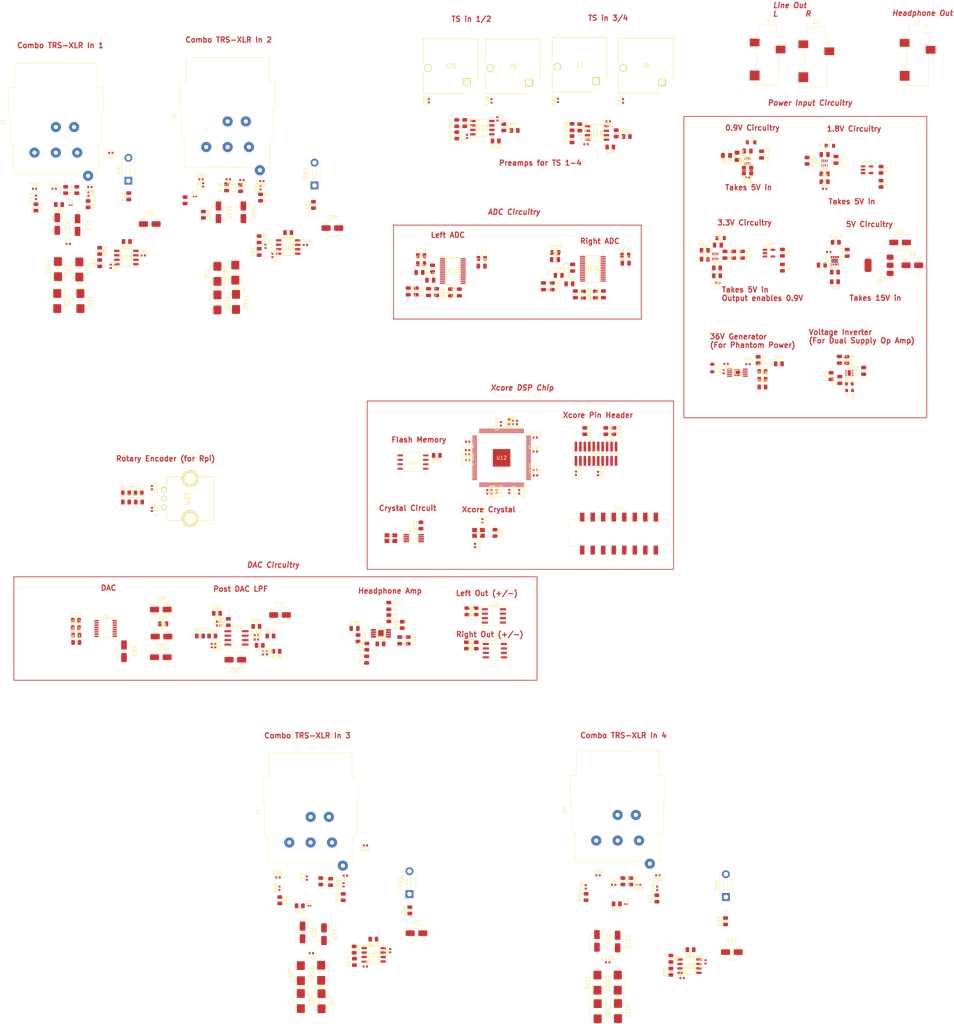
<source format=kicad_pcb>
(kicad_pcb (version 20240108) (generator "pcbnew") (generator_version "8.0")
  (layers (0 "F.Cu" signal) (1 "In1.Cu" power) (2 "In2.Cu" power) (31 "B.Cu" signal) (34 "B.Paste" user) (35 "F.Paste" user) (36 "B.SilkS" user "B.Silkscreen") (37 "F.SilkS" user "F.Silkscreen") (38 "B.Mask" user) (39 "F.Mask" user) (44 "Edge.Cuts" user))
  (net 0 "")
  (net 1 "5V")
  (net 2 "LEFT_IN")
  (net 3 "3.3V")
  (net 4 "/3.3V Power Supply/V_FB")
  (net 5 "/3.3V Power Supply/V_Buck")
  (net 7 "/1.8V Power Supply/V_FB")
  (net 8 "/1.8V Power Supply/V_Buck")
  (net 9 "15V")
  (net 10 "Net-(U3-PG)")
  (net 11 "/5V Power Supply/V_FB")
  (net 12 "1.8V")
  (net 13 "/0.9V Power Supply/V_FB")
  (net 14 "Net-(U6-SS{slash}TR)")
  (net 15 "5V_LDO")
  (net 16 "0.9V")
  (net 17 "3.3V_LDO")
  (net 18 "Net-(IC1-AVDD)")
  (net 19 "VOUT_L")
  (net 20 "VOUT_R")
  (net 21 "-5V")
  (net 22 "RIGHT_OUT")
  (net 23 "LEFT_OUT")
  (net 24 "/0.9V Power Supply/V_Buck")
  (net 25 "0.9V_EN")
  (net 26 "Net-(U1-EN)")
  (net 27 "MCLK")
  (net 28 "DGND")
  (net 29 "DATA")
  (net 30 "AIN_2")
  (net 31 "MODE_CONTROL_SELECT")
  (net 32 "ZERO_R")
  (net 33 "MODE_CONTROL_CLOCK")
  (net 34 "MODE_CONTROL_DATA")
  (net 35 "ZERO_L")
  (net 36 "Net-(IC1-VINL2{slash}VIN1M)")
  (net 37 "AIN_1")
  (net 38 "Net-(IC1-VINL1{slash}VIN1P)")
  (net 39 "Net-(IC1-VREF)")
  (net 40 "Net-(IC1-LDO)")
  (net 41 "Net-(U8-C+)")
  (net 42 "Net-(U8-C-)")
  (net 43 "Net-(U8-CPOUT)")
  (net 44 "Net-(IC1-VINL3{slash}VIN4P)")
  (net 45 "AIN_3")
  (net 46 "Net-(IC1-VINL4{slash}VIN4M)")
  (net 47 "AIN_4")
  (net 48 "Net-(C29-Pad1)")
  (net 49 "Net-(C30-Pad1)")
  (net 50 "Net-(C33-Pad2)")
  (net 51 "Net-(C35-Pad2)")
  (net 52 "Net-(U9-V_{OUT}L)")
  (net 53 "Net-(U9-V_{OUT}R)")
  (net 54 "Net-(U9-V_{COM})")
  (net 55 "Net-(C44-Pad2)")
  (net 56 "Net-(C45-Pad2)")
  (net 57 "Net-(U11-BYPASS)")
  (net 58 "XIN")
  (net 59 "XOUT")
  (net 60 "SW")
  (net 61 "BST")
  (net 62 "Net-(IC2-INTVCC)")
  (net 63 "Net-(C54-Pad2)")
  (net 64 "Net-(C55-Pad2)")
  (net 65 "Net-(C56-Pad2)")
  (net 66 "Net-(C57-Pad2)")
  (net 67 "Net-(C58-Pad2)")
  (net 68 "Net-(U15A-+)")
  (net 69 "Net-(U15B-+)")
  (net 70 "Net-(C59-Pad2)")
  (net 71 "Net-(C60-Pad2)")
  (net 72 "Net-(C61-Pad2)")
  (net 73 "Net-(C62-Pad2)")
  (net 74 "Net-(C63-Pad2)")
  (net 75 "Net-(C64-Pad1)")
  (net 76 "Net-(C65-Pad1)")
  (net 77 "Net-(C66-Pad1)")
  (net 78 "Net-(C67-Pad1)")
  (net 79 "Net-(C68-Pad1)")
  (net 80 "Net-(C69-Pad1)")
  (net 81 "+IN1")
  (net 82 "-IN1")
  (net 83 "+IN3")
  (net 84 "-IN3")
  (net 85 "Net-(U18A-+)")
  (net 86 "Net-(C80-Pad2)")
  (net 87 "Net-(U18B-+)")
  (net 88 "Net-(C81-Pad2)")
  (net 89 "-5V_1")
  (net 90 "Net-(C101-Pad1)")
  (net 91 "Net-(C103-Pad1)")
  (net 92 "Net-(C88-Pad2)")
  (net 93 "Net-(C89-Pad2)")
  (net 94 "Net-(C90-Pad2)")
  (net 95 "Net-(C91-Pad2)")
  (net 96 "Net-(C100-Pad1)")
  (net 97 "Net-(C102-Pad1)")
  (net 98 "Net-(C94-Pad1)")
  (net 99 "Net-(C95-Pad1)")
  (net 100 "Net-(C96-Pad1)")
  (net 101 "Net-(C97-Pad1)")
  (net 102 "Net-(C98-Pad1)")
  (net 103 "Net-(C99-Pad1)")
  (net 104 "+IN2")
  (net 105 "-IN2")
  (net 106 "+IN4")
  (net 107 "-IN4")
  (net 108 "Net-(D1-Pad1)")
  (net 109 "Net-(D2-Pad1)")
  (net 110 "Net-(D3-Pad1)")
  (net 111 "Net-(D4-Pad1)")
  (net 112 "Net-(DZ1-K)")
  (net 113 "Net-(DZ3-K)")
  (net 114 "Net-(DZ5-K)")
  (net 115 "Net-(DZ7-K)")
  (net 116 "Net-(DZ10-K)")
  (net 117 "Net-(DZ11-K)")
  (net 118 "Net-(DZ13-K)")
  (net 119 "Net-(DZ15-K)")
  (net 120 "SCL")
  (net 122 "SDA")
  (net 129 "DATA_OUT_1")
  (net 130 "BCK")
  (net 132 "LRCK")
  (net 135 "Net-(IC5-AVDD)")
  (net 136 "ADDRESS")
  (net 138 "36V")
  (net 139 "EN{slash}UVLO")
  (net 140 "Net-(IC2-CTRL)")
  (net 141 "Net-(IC2-RT)")
  (net 143 "Net-(U2-FB)")
  (net 144 "1.8V_LDO")
  (net 145 "Net-(U4-FB)")
  (net 146 "Net-(U8-VFB)")
  (net 147 "Net-(U9-BCK)")
  (net 148 "Net-(U9-SCK)")
  (net 149 "Net-(U9-LRCK)")
  (net 150 "Net-(U9-DATA)")
  (net 151 "Net-(U11-IN1-)")
  (net 152 "Net-(U11-IN2-)")
  (net 153 "Net-(U11-SHDN)")
  (net 154 "QSPI_CS_N")
  (net 155 "Net-(U13-CLK0)")
  (net 156 "Net-(R54-Pad2)")
  (net 157 "Net-(U15A--)")
  (net 158 "Net-(R56-Pad2)")
  (net 159 "Net-(U15B--)")
  (net 160 "INST1_OUT")
  (net 161 "INST2_OUT")
  (net 162 "Net-(U16-RG2)")
  (net 163 "Net-(U16-RG1)")
  (net 164 "Net-(U17-RG1)")
  (net 165 "Net-(U17-RG2)")
  (net 166 "Net-(U18A--)")
  (net 167 "Net-(U18B--)")
  (net 168 "INST3_OUT")
  (net 169 "INST4_OUT")
  (net 170 "Net-(R82-Pad2)")
  (net 171 "Net-(R83-Pad2)")
  (net 172 "Net-(U19-RG2)")
  (net 173 "Net-(U19-RG1)")
  (net 174 "Net-(U20-RG2)")
  (net 175 "Net-(U20-RG1)")
  (net 176 "Net-(U6-PG)")
  (net 177 "Net-(U7-PG)")
  (net 182 "AIN_6")
  (net 183 "QSPI_CLK")
  (net 184 "Net-(IC5-VINL2{slash}VIN1M)")
  (net 188 "AIN_5")
  (net 191 "Net-(IC5-VINL1{slash}VIN1P)")
  (net 196 "Net-(IC5-VREF)")
  (net 197 "Net-(IC5-LDO)")
  (net 199 "Net-(IC5-VINL3{slash}VIN4P)")
  (net 200 "AIN_7")
  (net 203 "Net-(IC5-VINL4{slash}VIN4M)")
  (net 207 "AIN_8")
  (net 210 "Net-(U12A-PLL_AVDD)")
  (net 211 "Net-(U37-CHANNEL_1)")
  (net 213 "Net-(U37-CHANNEL_2)")
  (net 221 "DATA_OUT_2")
  (net 229 "QSPI_D0")
  (net 236 "QSPI_D3")
  (net 250 "LEFT_OUT-")
  (net 253 "LEFT_OUT+")
  (net 255 "RIGHT_OUT+")
  (net 259 "RIGHT_OUT-")
  (net 260 "TDO")
  (net 261 "Net-(J8-Pad6)")
  (net 264 "XL_UP1")
  (net 265 "Net-(J8-Pad18)")
  (net 267 "XL_UP0")
  (net 268 "Net-(J8-Pad16)")
  (net 270 "QSPI_D2")
  (net 276 "Net-(U35A--)")
  (net 278 "Net-(U34A--)")
  (net 280 "Net-(R175-Pad2)")
  (net 281 "Net-(R176-Pad2)")
  (net 288 "USB_DP")
  (net 294 "XL_DN0")
  (net 298 "QSPI_D1")
  (net 299 "RST_N")
  (net 302 "USB_DN")
  (net 307 "TCK")
  (net 308 "Net-(U13-XA)")
  (net 309 "Net-(U13-XB)")
  (net 310 "PREAMP1_OUT")
  (net 311 "PREAMP3_OUT")
  (net 312 "PREAMP2_OUT")
  (net 313 "PREAMP4_OUT")
  (net 314 "AGND")
  (net 315 "Net-(U10A--)")
  (net 316 "Net-(U10B--)")
  (net 317 "RIGHT_IN")
  (net 318 "TDI")
  (net 319 "TMS")
  (net 320 "XL_DN1")
  (footprint "Resistor_SMD:R_0805_2012Metric" (layer "F.Cu") (at 74.2 63 -90)
    (property "Reference" "R78")
    (property "Value" "10k")
  )
  (footprint "Capacitor_SMD:C_0402_1005Metric" (layer "F.Cu") (at 127.5 272.78 90)
    (property "Reference" "C83")
    (property "Value" "0.1uF")
  )
  (footprint "Capacitor_SMD:C_0402_1005Metric" (layer "F.Cu") (at 189.7 36.4 180)
    (property "Reference" "C84")
    (property "Value" "0.1uF")
  )
  (footprint "Capacitor_SMD:C_0402_1005Metric" (layer "F.Cu") (at 103.3 71.6)
    (property "Reference" "C108")
    (property "Value" "0.1uF")
  )
  (footprint "Diode_SMD:D_SMB" (layer "F.Cu") (at 107.8 279.1 90)
    (property "Reference" "DZ3")
    (property "Value" "10V")
  )
  (footprint "Capacitor_SMD:C_0402_1005Metric" (layer "F.Cu") (at 168.87715 126.499999)
    (property "Reference" "C210")
    (property "Value" "100nF")
  )
  (footprint "Capacitor_SMD:C_0805_2012Metric" (layer "F.Cu") (at 138.438 85.05 -90)
    (property "Reference" "C17")
    (property "Value" "0.1uF")
  )
  (footprint "Resistor_SMD:R_0805_2012Metric" (layer "F.Cu") (at 84.8 55.4 90)
    (property "Reference" "R74")
    (property "Value" "5.1k")
  )
  (footprint "Capacitor_SMD:C_0805_2012Metric" (layer "F.Cu") (at 223.0125 74.4 -90)
    (property "Reference" "Cout1")
    (property "Value" "22uF")
  )
  (footprint "PCM_Package_SO_AKL:SO-8_3.9x4.9mm_P1.27mm" (layer "F.Cu") (at 157.375 187.265)
    (property "Reference" "U34")
    (property "Value" "NE5532AD" (hide yes))
  )
  (footprint "Capacitor_SMD:C_0402_1005Metric" (layer "F.Cu") (at 77.5625 185.85 -90)
    (property "Reference" "C29")
    (property "Value" "1200pF")
  )
  (footprint "Capacitor_SMD:C_0805_2012Metric" (layer "F.Cu") (at 255.7 104.35 -90)
    (property "Reference" "C23")
    (property "Value" "1uF")
  )
  (footprint "Capacitor_SMD:CP_Elec_4x5.8" (layer "F.Cu") (at 51.535 187.44 -90)
    (property "Reference" "C43")
    (property "Value" "10uF")
  )
  (footprint "Button_Switch_THT:SW_PUSH_1P1T_6x3.5mm_H5.0_APEM_MJTP1250" (layer "F.Cu") (at 133 256.65 90)
    (property "Reference" "SW1")
    (property "Value" "SW_Push")
  )
  (footprint "Resistor_SMD:R_0805_2012Metric" (layer "F.Cu") (at 76.725 183.1)
    (property "Reference" "R23")
    (property "Value" "1k")
  )
  (footprint "Resistor_SMD:R_0603_1608Metric" (layer "F.Cu") (at 258.6 113.1 180)
    (property "Reference" "R16")
    (property "Value" "499k")
  )
  (footprint "Capacitor_SMD:C_0402_1005Metric" (layer "F.Cu") (at 223.3325 105.5 180)
    (property "Reference" "C51")
    (property "Value" "2.2uF")
  )
  (footprint "SamacSys_Parts:SOIC127P600X175-8N" (layer "F.Cu") (at 212.9 277.2)
    (property "Reference" "U20")
    (property "Value" "SSM2019BRNZ" (hide yes))
  )
  (footprint "Inductor_SMD:L_0805_2012Metric" (layer "F.Cu") (at 221.7625 69.65)
    (property "Reference" "L1")
    (property "Value" "470nH")
  )
  (footprint "SamacSys_Parts:FTSH-110-XX-YYY-DV-K-A" (layer "F.Cu") (at 186.225 131.135)
    (property "Reference" "J8")
    (property "Value" "FTSH-110-01-F-DV-K" (hide yes))
  )
  (footprint "Package_SO:MSOP-10_3x3mm_P0.5mm" (layer "F.Cu") (at 134.2125 155.2)
    (property "Reference" "U13")
    (property "Value" "Si5351A-B-GT")
  )
  (footprint "Resistor_SMD:R_0805_2012Metric" (layer "F.Cu") (at 157.4 153.700001 -90)
    (property "Reference" "R36")
    (property "Value" "1M")
  )
  (footprint "SamacSys_Parts:BLM18SP221SN1B" (layer "F.Cu") (at 161.4 122 -90)
    (property "Reference" "FL1")
    (property "Value" "BLM18AG601SZ1D" (hide yes))
  )
  (footprint "Capacitor_SMD:C_0402_1005Metric" (layer "F.Cu") (at 210.8 280.6)
    (property "Reference" "C107")
    (property "Value" "0.1uF")
  )
  (footprint "LED_SMD:LED_0201_0603Metric" (layer "F.Cu") (at 36.3055 60.26)
    (property "Reference" "D1")
    (property "Value" "LED")
  )
  (footprint "Capacitor_SMD:C_0402_1005Metric" (layer "F.Cu") (at 222.6125 107.7 90)
    (property "Reference" "C52")
    (property "Value" "2.2uF")
  )
  (footprint "Diode_SMD:D_SMB" (layer "F.Cu") (at 186.645 281.9 90)
    (property "Reference" "DZ11")
    (property "Value" "10V")
  )
  (footprint "Resistor_SMD:R_0805_2012Metric" (layer "F.Cu") (at 192 39.8 -90)
    (property "Reference" "R71")
    (property "Value" "2.2k")
  )
  (footprint "Resistor_SMD:R_0805_2012Metric" (layer "F.Cu") (at 26.4 60.9125 -90)
    (property "Reference" "R50")
    (property "Value" "10k")
  )
  (footprint "Resistor_SMD:R_0805_2012Metric" (layer "F.Cu") (at 136.275 151.58 90)
    (property "Reference" "R35")
    (property "Value" "33")
  )
  (footprint "Capacitor_SMD:C_0805_2012Metric" (layer "F.Cu") (at 140.738 85.05 -90)
    (property "Reference" "C15")
    (property "Value" "10uF")
  )
  (footprint "Capacitor_SMD:CP_Elec_4x5.8" (layer "F.Cu") (at 135 267.8)
    (property "Reference" "C67")
    (property "Value" "47uF")
  )
  (footprint "Capacitor_SMD:C_0402_1005Metric" (layer "F.Cu") (at 47.748 77.705 -90)
    (property "Reference" "C78")
    (property "Value" "0.1uF")
  )
  (footprint "Capacitor_SMD:C_0402_1005Metric" (layer "F.Cu") (at 26.4 58.025 90)
    (property "Reference" "C65")
    (property "Value" "22uF")
  )
  (footprint "Capacitor_SMD:C_0805_2012Metric" (layer "F.Cu") (at 251.4625 45.85)
    (property "Reference" "C3")
    (property "Value" "4.7uF")
  )
  (footprint "Capacitor_SMD:C_0402_1005Metric" (layer "F.Cu") (at 59.5 140.8 -90)
    (property "Reference" "C234")
    (property "Value" "0.01uF")
  )
  (footprint "Resistor_SMD:R_0805_2012Metric" (layer "F.Cu") (at 193.9 253.0125 -90)
    (property "Reference" "R77")
    (property "Value" "5.1k")
  )
  (footprint "Capacitor_SMD:C_0805_2012Metric" (layer "F.Cu") (at 182.638 85.8 -90)
    (property "Reference" "C223")
    (property "Value" "10uF")
  )
  (footprint "Resistor_SMD:R_0805_2012Metric" (layer "F.Cu") (at 90.2625 185.75 180)
    (property "Reference" "R24")
    (property "Value" "1k")
  )
  (footprint "Package_SON:WSON-8-1EP_2x2mm_P0.5mm_EP0.9x1.6mm" (layer "F.Cu") (at 258.5 108.1)
    (property "Reference" "U8")
    (property "Value" "LM27761")
  )
  (footprint "Capacitor_SMD:C_0402_1005Metric" (layer "F.Cu") (at 93.9 74.6 -90)
    (property "Reference" "C106")
    (property "Value" "0.1uF")
  )
  (footprint "Package_SO:SSOP-16_3.9x4.9mm_P0.635mm" (layer "F.Cu") (at 46.285 180.945)
    (property "Reference" "U9")
    (property "Value" "PCM1780")
  )
  (footprint "Capacitor_SMD:C_0805_2012Metric" (layer "F.Cu") (at 153.638 75.45)
    (property "Reference" "C27")
    (property "Value" "10uF")
  )
  (footprint "Capacitor_SMD:C_0402_1005Metric" (layer "F.Cu") (at 186.83 136.77 -90)
    (property "Reference" "C203")
    (property "Value" "100nF")
  )
  (footprint "Capacitor_SMD:CP_Elec_4x5.8" (layer "F.Cu") (at 225 273.2)
    (property "Reference" "C97")
    (property "Value" "47uF")
  )
  (footprint "Capacitor_SMD:C_0402_1005Metric" (layer "F.Cu") (at 41.4 57.1125 -90)
    (property "Reference" "C66")
    (property "Value" "22uF")
  )
  (footprint "Capacitor_SMD:C_0402_1005Metric" (layer "F.Cu") (at 168.9 135.7)
    (property "Reference" "C204")
    (property "Value" "100nF")
  )
  (footprint "Capacitor_SMD:C_0805_2012Metric" (layer "F.Cu") (at 174.538 75.8)
    (property "Reference" "C227")
    (property "Value" "10uF")
  )
  (footprint "Capacitor_SMD:C_0402_1005Metric" (layer "F.Cu") (at 90.88 53.4 180)
    (property "Reference" "C88")
    (property "Value" "470pF")
  )
  (footprint "Capacitor_SMD:CP_Elec_4x5.8" (layer "F.Cu") (at 38.282 65.94 -90)
    (property "Reference" "C70")
    (property "Value" "47 uF")
  )
  (footprint "SamacSys_Parts:ACJMMV2" (layer "F.Cu") (at 149.36 25.27)
    (property "Reference" "J20")
    (property "Value" "ACJM-MV-2" (hide yes))
  )
  (footprint "Capacitor_SMD:C_0402_1005Metric" (layer "F.Cu") (at 229.475 52.35 180)
    (property "Reference" "C10")
    (property "Value" "120pF")
  )
  (footprint "Capacitor_SMD:C_0805_2012Metric" (layer "F.Cu") (at 120.7725 189.823601 90)
    (property "Reference" "C45")
    (property "Value" "1uF")
  )
  (footprint "Capacitor_SMD:CP_Elec_4x5.8" (layer "F.Cu") (at 58.9 65.65)
    (property "Reference" "C64")
    (property "Value" "47uF")
  )
  (footprint "Resistor_SMD:R_0805_2012Metric" (layer "F.Cu") (at 233.725 109.9)
    (property "Reference" "R38")
    (property "Value" "162k")
  )
  (footprint "Capacitor_SMD:C_0402_1005Metric" (layer "F.Cu") (at 26 55.6)
    (property "Reference" "C60")
    (property "Value" "470pF")
  )
  (footprint "Capacitor_SMD:C_0402_1005Metric" (layer "F.Cu") (at 138.5 30.49 90)
    (property "Reference" "C58")
    (property "Value" "0.01uF")
  )
  (footprint "Capacitor_SMD:CP_Elec_4x5.8" (layer "F.Cu") (at 62.035 175.54)
    (property "Reference" "C39")
    (property "Value" "10uF")
  )
  (footprint "Resistor_SMD:R_0805_2012Metric" (layer "F.Cu") (at 232.5125 104.4 -90)
    (property "Reference" "R40")
    (property "Value" "301k")
  )
  (footprint "Capacitor_SMD:C_0402_1005Metric" (layer "F.Cu") (at 183.38 42.9)
    (property "Reference" "C85")
    (property "Value" "0.1uF")
  )
  (footprint "Resistor_SMD:R_0805_2012Metric" (layer "F.Cu") (at 149.25 185.78 -90)
    (property "Reference" "R169")
    (property "Value" "3k")
  )
  (footprint "LED_SMD:LED_0201_0603Metric" (layer "F.Cu") (at 194.745 259.5)
    (property "Reference" "D4")
    (property "Value" "LED")
  )
  (footprint "Capacitor_SMD:C_0805_2012Metric" (layer "F.Cu") (at 253.3 109 90)
    (property "Reference" "C25")
    (property "Value" "4.7uF")
  )
  (footprint "Capacitor_SMD:C_0805_2012Metric" (layer "F.Cu") (at 221.0125 71.65)
    (property "Reference" "C1")
    (property "Value" "4.7uF")
  )
  (footprint "SamacSys_Parts:ACJMMV2" (layer "F.Cu") (at 167.16 25.34)
    (property "Reference" "J5")
    (property "Value" "ACJM-MV-2" (hide yes))
  )
  (footprint "SamacSys_Parts:ACJMMV2" (layer "F.Cu") (at 186.2 24.9)
    (property "Reference" "J7")
    (property "Value" "ACJM-MV-2" (hide yes))
  )
  (footprint "Resistor_SMD:R_0805_2012Metric" (layer "F.Cu") (at 246.4625 47.6 -90)
    (property "Reference" "Rpg2")
    (property "Value" "100k")
  )
  (footprint "Capacitor_SMD:C_0402_1005Metric" (layer "F.Cu") (at 162.6 122.2 90)
    (property "Reference" "C217")
    (property "Value" "100nF")
  )
  (footprint "Capacitor_SMD:C_0402_1005Metric" (layer "F.Cu") (at 198.38 254 180)
    (property "Reference" "C93")
    (property "Value" "200pF")
  )
  (footprint "Capacitor_SMD:C_0402_1005Metric" (layer "F.Cu") (at 149.57715 127.699999 180)
    (property "Reference" "C212")
    (property "Value" "100nF")
  )
  (footprint "Capacitor_SMD:C_0402_1005Metric" (layer "F.Cu") (at 149.57715 131.299999 180)
    (property "Reference" "C218")
    (property "Value" "100nF")
  )
  (footprint "Resistor_SMD:R_0805_2012Metric" (layer "F.Cu") (at 203.6 257.9125 90)
    (property "Reference" "R81")
    (property "Value" "10k")
  )
  (footprint "Capacitor_SMD:C_0402_1005Metric" (layer "F.Cu") (at 191.3 254)
    (property "Reference" "C87")
    (property "Value" "200pF")
  )
  (footprint "Resistor_SMD:R_0805_2012Metric" (layer "F.Cu") (at 254.6625 70.85)
    (property "Reference" "Rpg3")
    (property "Value" "100k")
  )
  (footprint "Diode_SMD:D_SMB" (layer "F.Cu") (at 39.1 87.6 -90)
    (property "Reference" "DZ6")
    (property "Value" "10V")
  )
  (footprint "Capacitor_SMD:C_0805_2012Metric" (layer "F.Cu") (at 262.6 107.5 90)
    (property "Reference" "C24")
    (property "Value" "1uF")
  )
  (footprint "Capacitor_SMD:C_0805_2012Metric" (layer "F.Cu") (at 138.938 81.65)
    (property "Reference" "C12")
    (property "Value" "10uF")
  )
  (footprint "LED_SMD:LED_0201_0603Metric" (layer "F.Cu") (at 104.445 260)
    (property "Reference" "D2")
    (property "Value" "LED")
  )
  (footprint "Capacitor_SMD:C_0402_1005Metric" (layer "F.Cu") (at 155.2 141.999999 -90)
    (property "Reference" "C208")
    (property "Value" "100nF")
  )
  (footprint "Capacitor_SMD:C_0805_2012Metric" (layer "F.Cu") (at 186.038 85.75 90)
    (property "Reference" "C222")
    (property "Value" "10uF")
  )
  (footprint "Capacitor_SMD:C_0805_2012Metric" (layer "F.Cu") (at 188.338 85.7 90)
    (property "Reference" "C224")
    (property "Value" "0.1uF")
  )
  (footprint "Capacitor_SMD:C_0402_1005Metric" (layer "F.Cu") (at 217.5 275.98 90)
    (property "Reference" "C109")
    (property "Value" "0.1uF")
  )
  (footprint "Resistor_SMD:R_0805_2012Metric" (layer "F.Cu") (at 254.4125 79.35)
    (property "Reference" "R11")
    (property "Value" "100k")
  )
  (footprint "Resistor_SMD:R_0805_2012Metric" (layer "F.Cu") (at 267.575 54.175 -90)
    (property "Reference" "R7")
    (property "Value" "56.2k")
  )
  (footprint "Capacitor_SMD:C_0402_1005Metric" (layer "F.Cu") (at 163.7 122.2 90)
    (property "Reference" "C209")
    (property "Value" "100nF")
  )
  (footprint "Resistor_SMD:R_0805_2012Metric" (layer "F.Cu") (at 73.225 183.1)
    (property "Reference" "R17")
    (property "Value" "8.2k")
  )
  (footprint "Resistor_SMD:R_0805_2012Metric" (layer "F.Cu") (at 96 258.4125 -90)
    (property "Reference" "R52")
    (property "Value" "10k")
  )
  (footprint "Resistor_SMD:R_0805_2012Metric" (layer "F.Cu") (at 148.8 36.87 -90)
    (property "Reference" "R58")
    (property "Value" "2.2k")
  )
  (footprint "Resistor_SMD:R_0805_2012Metric" (layer "F.Cu") (at 195 40.7)
    (property "Reference" "R69")
    (property "Value" "1k")
  )
  (footprint "SamacSys_Parts:SOIC127P600X175-8N" (layer "F.Cu") (at 98.4 72.2)
    (property "Reference" "U19")
    (property "Value" "SSM2019BRNZ" (hide yes))
  )
  (footprint "Capacitor_SMD:C_0805_2012Metric" (layer "F.Cu") (at 136.338 76.95)
    (property "Reference" "C20")
    (property "Value" "10uF")
  )
  (footprint "Resistor_SMD:R_0805_2012Metric" (layer "F.Cu") (at 267.575 50.175 -90)
    (property "Reference" "R6")
    (property "Value" "28k")
  )
  (footprint "SamacSys_Parts:FA-238_EPS" (layer "F.Cu") (at 127.7 155.2 -90)
    (property "Reference" "X1")
    (property "Value" "FA-238 24.0000MB-C0 (CRYSTAL)")
  )
  (footprint "SamacSys_Parts:SOP50P490X110-11N" (layer "F.Cu") (at 226.5625 108.025)
    (property "Reference" "IC2")
    (property "Value" "LT8338" (hide yes))
  )
  (footprint "SamacSys_Parts:SOP50P640X120-30N" (layer "F.Cu") (at 185.338 78.4)
    (property "Reference" "IC5")
    (property "Value" "PCM1865DBT" (hide yes))
  )
  (footprint "Resistor_SMD:R_0603_1608Metric" (layer "F.Cu") (at 258.5 111.2)
    (property "Reference" "R15")
    (property "Value" "249k")
  )
  (footprint "Connector_Audio:Jack_3.5mm_CUI_SJ-3523-SMT_Horizontal" (layer "F.Cu") (at 278 17.6)
    (property "Reference" "J2")
    (property "Value" "Headphone Out")
  )
  (footprint "Resistor_SMD:R_0805_2012Metric" (layer "F.Cu") (at 157.6 41.97 180)
    (property "Reference" "R49")
    (property "Value" "1M")
  )
  (footprint "Capacitor_SMD:C_0805_2012Metric" (layer "F.Cu") (at 228.0125 74.4 -90)
    (property "Reference" "Cout3")
    (property "Value" "22uF")
  )
  (footprint "SamacSys_Parts:SOIC127P600X175-8N" (layer "F.Cu") (at 52.2 75.2)
    (property "Reference" "U16")
    (property "Value" "SSM2019BRNZ" (hide yes))
  )
  (footprint "Resistor_SMD:R_0805_2012Metric" (layer "F.Cu") (at 223.2 264.4 90)
    (property "Reference" "R83")
    (property "Value" "47")
  )
  (footprint "Connector_Audio:Jack_XLR-6.35mm_Neutrik_NCJ5FI-H-0_Horizontal" (layer "F.Cu") (at 26 45.3 90)
    (property "Reference" "J3")
    (property "Value" "XLR3_AudioJack3_Combo")
  )
  (footprint "Diode_SMD:D_SMB" (layer "F.Cu") (at 78.2 79.85 90)
    (property "Reference" "DZ9")
    (property "Value" "10V")
  )
  (footprint "SamacSys_Parts:FA-238_EPS" (layer "F.Cu") (at 152.7 153.700001 -90)
    (property "Reference" "X2")
    (property "Value" "FA-238 24.0000MB-C0")
  )
  (footprint "Resistor_SMD:R_0805_2012Metric" (layer "F.Cu") (at 159.9 38.07 -90)
    (property "Reference" "R59")
    (property "Value" "2.2k")
  )
  (footprint "Resistor_SMD:R_0805_2012Metric" (layer "F.Cu") (at 181.6 38.1 -90)
    (property "Reference" "R70")
    (property "Value" "2.2k")
  )
  (footprint "Capacitor_SMD:CP_Elec_4x5.8" (layer "F.Cu") (at 62.035 189.14)
    (property "Reference" "C40")
    (property "Value" "10uF")
  )
  (footprint "Diode_SMD:D_SMB" (layer "F.Cu") (at 102 287.15 -90)
    (property "Reference" "DZ8")
    (property "Value" "10V")
  )
  (footprint "Capacitor_SMD:C_0402_1005Metric" (layer "F.Cu") (at 90.5 55.3 90)
    (property "Reference" "C96")
    (property "Value" "22uF")
  )
  (footprint "Capacitor_SMD:C_0402_1005Metric" (layer "F.Cu") (at 120.4 277.3)
    (property "Reference" "C79")
    (property "Value" "0.1uF")
  )
  (footprint "Capacitor_SMD:C_0402_1005Metric" (layer "F.Cu") (at 158.1 35.67 -90)
    (property "Reference" "C76")
    (property "Value" "0.1uF")
  )
  (footprint "Capacitor_SMD:C_0402_1005Metric" (layer "F.Cu") (at 92.3125 187.85 -90)
    (property "Reference" "C32")
    (property "Value" "1200pF")
  )
  (footprint "Resistor_SMD:R_0805_2012Metric" (layer "F.Cu") (at 122.7 269.5 180)
    (property "Reference" "R65")
    (property "Value" "1.1k")
  )
  (footprint "Capacitor_SMD:CP_Elec_4x5.8" (layer "F.Cu") (at 96.0625 177.1)
    (property "Reference" "C41")
    (property "Value" "10uF")
  )
  (footprint "Capacitor_SMD:C_0402_1005Metric" (layer "F.Cu") (at 149.57715 130.099999 180)
    (property "Reference" "C215")
    (property "Value" "100nF")
  )
  (footprint "Connector_Audio:Jack_3.5mm_CUI_SJ-3523-SMT_Horizontal" (layer "F.Cu") (at 235.2 17.5)
    (property "Reference" "J1")
    (property "Value" "Line Out (Left)")
  )
  (footprint "Resistor_SMD:R_0805_2012Metric" (layer "F.Cu") (at 34.882 55.94 90)
    (property "Reference" "R46")
    (property "Value" "5.1k")
  )
  (footprint "Connector_Molex:Molex_Micro-Fit_3.0_43045-1615_2x08_P3.00mm_Vertical" (layer "F.Cu") (at 192.8 153.9)
    (property "Reference" "J22")
    (property "Value" "2171790001")
  )
  (footprint "Capacitor_SMD:C_0805_2012Metric" (layer "F.Cu") (at 132.6225 184.335 -90)
    (property "Reference" "C46")
    (property "Value" "1uF")
  )
  (footprint "Resistor_SMD:R_0805_2012Metric" (layer "F.Cu") (at 105.6 60.2 90)
    (property "Reference" "R82")
    (property "Value" "47")
  )
  (footprint "Capacitor_SMD:C_0402_1005Metric" (layer "F.Cu") (at 47.782 45.34 180)
    (property "Reference" "C62")
    (property "Value" "200pF")
  )
  (footprint "Resistor_SMD:R_0805_2012Metric" (layer "F.Cu") (at 233.7125 107.7)
    (property "Reference" "R37")
    (property "Value" "1M")
  )
  (footprint "Capacitor_SMD:C_0805_2012Metric" (layer "F.Cu") (at 139.588 78.35 90)
    (property "Reference" "C21")
    (property "Value" "2.2uF")
  )
  (footprint "Resistor_SMD:R_0805_2012Metric" (layer "F.Cu") (at 152 176.06 90)
    (property "Reference" "R168")
    (property "Value" "3k")
  )
  (footprint "Capacitor_SMD:C_0402_1005Metric" (layer "F.Cu") (at 114.2 254.032502 90)
    (property "Reference" "C69")
    (property "Value" "22uF")
  )
  (footprint "Capacitor_SMD:C_0805_2012Metric" (layer "F.Cu") (at 173.738 83.4 -90)
    (property "Reference" "C219")
    (property "Value" "10uF")
  )
  (footprint "Capacitor_SMD:C_0805_2012Metric" (layer "F.Cu") (at 179.538 78.1 90)
    (property "Reference" "C228")
    (property "Value" "2.2uF")
  )
  (footprint "Resistor_SMD:R_0805_2012Metric" (layer "F.Cu") (at 93.3125 183.1)
    (property "Reference" "R28")
    (property "Value" "100")
  )
  (footprint "Capacitor_SMD:C_0805_2012Metric" (layer "F.Cu") (at 147.238 85.15 90)
    (property "Reference" "C16")
    (property "Value" "0.1uF")
  )
  (footprint "LED_SMD:LED_0201_0603Metric" (layer "F.Cu") (at 71.755 57.8)
    (property "Reference" "D3")
    (property "Value" "LED")
  )
  (footprint "Resistor_SMD:R_0805_2012Metric" (layer "F.Cu") (at 118.3225 183.735 -90)
    (property "Reference" "R31")
    (property "Value" "82k")
  )
  (footprint "Diode_SMD:D_SMB" (layer "F.Cu") (at 83.3 79.5 90)
    (property "Reference" "DZ13")
    (property "Value" "10V")
  )
  (footprint "Capacitor_SMD:C_0402_1005Metric" (layer "F.Cu") (at 156.4 141.98 -90)
    (property "Reference" "C232")
    (property "Value" "1uF")
  )
  (footprint "Capacitor_SMD:CP_Elec_4x5.8" (layer "F.Cu") (at 273.0125 70.9)
    (property "Reference" "C6")
    (property "Value" "10uF")
  )
  (footprint "Diode_SMD:D_SMB" (layer "F.Cu") (at 192.5 290 -90)
    (property "Reference" "DZ16")
    (property "Value" "10V")
  )
  (footprint "Capacitor_SMD:C_0805_2012Metric" (layer "F.Cu") (at 233.475 45.85 -90)
    (property "Reference" "Cout6")
    (property "Value" "22uF")
  )
  (footprint "Resistor_SMD:R_0805_2012Metric" (layer "F.Cu") (at 189.03 124.67 -90)
    (property "Reference" "R166")
    (property "Value" "43")
  )
  (footprint "Capacitor_SMD:C_0402_1005Metric" (layer "F.Cu") (at 59.5 147 -90)
    (property "Reference" "C235")
    (property "Value" "0.01uF")
  )
  (footprint "Resistor_SMD:R_0805_2012Metric" (layer "F.Cu") (at 55.7125 142.3)
    (property "Reference" "R177")
    (property "Value" "10k")
  )
  (footprint "Capacitor_SMD:C_0402_1005Metric" (layer "F.Cu") (at 78.5625 179.03)
    (property "Reference" "C33")
    (property "Value" "120pF")
  )
  (footprint "Resistor_SMD:R_0805_2012Metric" (layer "F.Cu") (at 52.882 57.74 90)
    (property "Reference" "R56")
    (property "Value" "47")
  )
  (footprint "Resistor_SMD:R_0805_2012Metric" (layer "F.Cu") (at 32.9875 60.1 180)
    (property "Reference" "R42")
    (property "Value" "2.2k")
  )
  (footprint "Capacitor_SMD:C_0805_2012Metric" (layer "F.Cu") (at 134.938 84.85 -90)
    (property "Reference" "C11")
    (property "Value" "10uF")
  )
  (footprint "Capacitor_SMD:C_0402_1005Metric" (layer "F.Cu") (at 157.87715 141.899999 -90)
    (property "Reference" "C213")
    (property "Value" "100nF")
  )
  (footprint "Resistor_SMD:R_0805_2012Metric" (layer "F.Cu") (at 146.5 40.37 90)
    (property "Reference" "R48")
    (property "Value" "1M")
  )
  (footprint "Diode_SMD:D_SMB" (layer "F.Cu") (at 186.7 290.05 -90)
    (property "Reference" "DZ12")
    (property "Value" "10V")
  )
  (footprint "Capacitor_SMD:C_0805_2012Metric" (layer "F.Cu") (at 255.8 110.1 90)
    (property "Reference" "C26")
    (property "Value" "2.2uF")
  )
  (footprint "Package_TO_SOT_SMD:SOT-23-5" (layer "F.Cu") (at 263.575 50.175)
    (property "Reference" "U4")
    (property "Value" "TPS73601DBV")
  )
  (footprint "SamacSys_Parts:ACJMMV2" (layer "F.Cu") (at 205.1 25.2)
    (property "Reference" "J6")
    (property "Value" "ACJM-MV-2" (hide yes))
  )
  (footprint "Capacitor_SMD:CP_Elec_4x5.8" (layer "F.Cu") (at 102.5 267.6 -90)
    (property "Reference" "C72")
    (property "Value" "47 uF")
  )
  (footprint "Resistor_SMD:R_0805_2012Metric" (layer "F.Cu") (at 191.33 124.67 -90)
    (property "Reference" "R165")
    (property "Value" "43")
  )
  (footprint "Inductor_SMD:L_0805_2012Metric" (layer "F.Cu") (at 219.4125 106.7 -90)
    (property "Reference" "L4")
    (property "Value" "10uH")
  )
  (footprint "Capacitor_SMD:C_0402_1005Metric" (layer "F.Cu") (at 189.6 276.1)
    (property "Reference" "C105")
    (property "Value" "200pF")
  )
  (footprint "Capacitor_SMD:CP_Elec_4x5.8" (layer "F.Cu") (at 32.482 65.64 -90)
    (property "Reference" "C71")
    (property "Value" "47 uF")
  )
  (footprint "Resistor_SMD:R_0805_2012Metric" (layer "F.Cu") (at 149.4 176.06 -90)
    (property "Reference" "R167")
    (property "Value" "3k")
  )
  (footprint "Capacitor_SMD:C_0402_1005Metric" (layer "F.Cu") (at 183.3 254.6 90)
    (property "Reference" "C98")
    (property "Value" "22uF")
  )
  (footprint "Package_SON:Texas_VSON-HR-8_1.5x2mm_P0.5mm" (layer "F.Cu") (at 229.45 47.6 90)
    (property "Reference" "U7")
    (property "Value" "TPS62822DLC")
  )
  (footprint "Capacitor_SMD:C_0805_2012Metric" (layer "F.Cu") (at 153.588 77.65)
    (property "Reference" "C28")
    (property "Value" "10uF")
  )
  (footprint "Resistor_SMD:R_0805_2012Metric" (layer "F.Cu") (at 117.3 276 90)
    (property "Reference" "R63")
    (property "Value" "2.2k")
  )
  (footprint "Capacitor_SMD:C_0805_2012Metric" (layer "F.Cu") (at 229.475 44.85 180)
    (property "Reference" "C9")
    (property "Value" "4.7uF")
  )
  (footprint "Capacitor_SMD:CP_Elec_4x5.8" (layer "F.Cu") (at 111 66.8)
    (property "Reference" "C94")
    (property "Value" "47uF")
  )
  (footprint "Capacitor_SMD:CP_Elec_4x5.8" (layer "F.Cu") (at 78.5 62.3 -90)
    (property "Reference" "C101")
    (property "Value" "47 uF")
  )
  (footprint "Resistor_SMD:R_0805_2012Metric" (layer "F.Cu") (at 52.1125 144.9)
    (property "Reference" "R176")
    (property "Value" "10k")
  )
  (footprint "Capacitor_SMD:C_0805_2012Metric" (layer "F.Cu") (at 144.738 85.15 90)
    (property "Reference" "C14")
    (property "Value" "10uF")
  )
  (footprint "Package_SON:Texas_VSON-HR-8_1.5x2mm_P0.5mm" (layer "F.Cu") (at 220.2625 74.875 90)
    (property "Reference" "U1")
    (property "Value" "TPS62822DLC")
  )
  (footprint "Resistor_SMD:R_0805_2012Metric" (layer "F.Cu") (at 101.6875 260 180)
    (property "Reference" "R43")
    (property "Value" "2.2k")
  )
  (footprint "Resistor_SMD:R_0805_2012Metric" (layer "F.Cu") (at 114.1 257.512502 90)
    (property "Reference" "R53")
    (property "Value" "10k")
  )
  (footprint "Capacitor_SMD:C_0402_1005Metric" (layer "F.Cu") (at 159.07715 122.599999 90)
    (property "Reference" "C216")
    (property "Value" "100nF")
  )
  (footprint "Capacitor_SMD:C_0402_1005Metric" (layer "F.Cu") (at 78.5825 180.1)
    (property "Reference" "C34")
    (property "Value" "120pF")
  )
  (footprint "Capacitor_SMD:C_0402_1005Metric" (layer "F.Cu") (at 91.9 72 -90)
    (property "Reference" "C104")
    (property "Value" "200pF")
  )
  (footprint "Capacitor_SMD:C_0805_2012Metric" (layer "F.Cu") (at 127.1 174.5 -90)
    (property "Reference" "C44")
    (property "Value" "1uF")
  )
  (footprint "Resistor_SMD:R_0805_2012Metric" (layer "F.Cu") (at 52.33 70.645 180)
    (property "Reference" "R64")
    (property "Value" "1.1k")
  )
  (footprint "PCM_Package_SO_AKL:SO-8_3.9x4.9mm_P1.27mm" (layer "F.Cu") (at 157.075 177.365)
    (property "Reference" "U35")
    (property "Value" "NE5532AD" (hide yes))
  )
  (footprint "Capacitor_SMD:C_0402_1005Metric" (layer "F.Cu") (at 193.95 30.57 90)
    (property "Reference" "C81")
    (property "Value" "0.01uF")
  )
  (footprint "Capacitor_SMD:CP_Elec_4x5.8" (layer "F.Cu") (at 186.5 270 -90)
    (property "Reference" "C103")
    (property "Value" "47 uF")
  )
  (footprint "Resistor_SMD:R_0805_2012Metric" (layer "F.Cu") (at 220.7625 80.4 180)
    (property "Reference" "R4")
    (property "Value" "453k")
  )
  (footprint "Connector_Audio:Jack_XLR-6.35mm_Neutrik_NCJ5FI-H-0_Horizontal" (layer "F.Cu") (at 75 43.7 90)
    (property "Reference" "J9")
    (property "Value" "XLR3_AudioJack3_Combo")
  )
  (footprint "Resistor_SMD:R_0805_2012Metric" (layer "F.Cu") (at 55.8125 144.9)
    (property "Reference" "R178")
    (property "Value" "10k")
  )
  (footprint "Capacitor_SMD:C_0805_2012Metric" (layer "F.Cu") (at 171.243 83.4 -90)
    (property "Reference" "C221")
    (property "Value" "0.1uF")
  )
  (footprint "SamacSys_Parts:TQFP128_196X196_XMO" (layer "F.Cu") (at 159.3 132.3)
    (property "Reference" "U12")
    (property "Value" "XU316-1024-TQ128-I24")
  )
  (footprint "Capacitor_SMD:C_0402_1005Metric" (layer "F.Cu") (at 161.47715 141.899999 -90)
    (property "Reference" "C211")
    (property "Value" "100nF")
  )
  (footprint "PCM_Resistor_SMD_AKL:R_0805_2012Metric_Pad1.15x1.40mm_HandSolder" (layer "F.Cu") (at 229.475 51.1 180)
    (property "Reference" "R13")
    (property "Value" "49.9k")
  )
  (footprint "SamacSys_Parts:SOIC127P600X175-8N" (layer "F.Cu") (at 153.8 38.17)
    (property "Reference" "U15")
    (property "Value" "OPA2134" (hide yes))
  )
  (footprint "Capacitor_SMD:C_0402_1005Metric" (layer "F.Cu") (at 41.8 55.1 180)
    (property "Reference" "C56")
    (property "Value" "470pF")
  )
  (footprint "Capacitor_SMD:C_0402_1005Metric" (layer "F.Cu") (at 149.4 40.67 90)
    (property "Reference" "C77")
    (property "Value" "0.1uF")
  )
  (footprint "SamacSys_Parts:SOIC-8_5P28X5P28_WIN" (layer "F.Cu") (at 134 133.5)
    (property "Reference" "U14")
    (property "Value" "W25Q64JVSSIQ (FLASH MEMORY)")
  )
  (footprint "PCM_Resistor_SMD_AKL:R_0805_2012Metric_Pad1.15x1.40mm_HandSolder" (layer "F.Cu") (at 229.475 49.72)
    (property "Reference" "R14")
    (property "Value" "100k")
  )
  (footprint "Capacitor_SMD:C_0402_1005Metric" (layer "F.Cu") (at 31.6 55.6)
    (property "Reference" "C54")
    (property "Value" "200pF")
  )
  (footprint "Capacitor_SMD:C_0402_1005Metric" (layer "F.Cu") (at 252.6625 73.6 180)
    (property "Reference" "C7")
    (property "Value" "430pF")
  )
  (footprint "Resistor_SMD:R_0805_2012Metric" (layer "F.Cu") (at 233.7125 112.1)
    (property "Reference" "R39")
    (property "Value" "40.2k")
  )
  (footprint "Resistor_SMD:R_0805_2012Metric" (layer "F.Cu") (at 220.7625 78.15)
    (property "Reference" "R5")
    (property "Value" "100k")
  )
  (footprint "Capacitor_SMD:C_0402_1005Metric" (layer "F.Cu") (at 91.1425 187.89 -90)
    (property "Reference" "C30")
    (property "Value" "1200pF")
  )
  (footprint "Capacitor_SMD:C_0402_1005Metric" (layer "F.Cu") (at 57.048 74.605)
    (property "Reference" "C82")
    (property "Value" "0.1uF")
  )
  (footprint "Connector_Audio:Jack_XLR-6.35mm_Neutrik_NCJ5FI-H-0_Horizontal" (layer "F.Cu") (at 186.3 241.4 90)
    (property "Reference" "J10")
    (property "Value" "XLR3_AudioJack3_Combo")
  )
  (footprint "Capacitor_SMD:CP_Elec_4x5.8" (layer "F.Cu") (at 85.6 62.3 -90)
    (property "Reference" "C100")
    (property "Value" "47 uF")
  )
  (footprint "Capacitor_SMD:C_0805_2012Metric" (layer "F.Cu") (at 174.638 73.8)
    (property "Reference" "C226")
    (property "Value" "10uF")
  )
  (footprint "Resistor_SMD:R_0805_2012Metric" (layer "F.Cu") (at 146.5 36.87 90)
    (property "Reference" "R55")
    (property "Value" "1k")
  )
  (footprint "SamacSys_Parts:PEC11R4030FN0024" (layer "F.Cu") (at 62.925 141.4 -90)
    (property "Reference" "U37")
    (property "Value" "PEC11R-4030F-N0024" (hide yes))
  )
  (footprint "Resistor_SMD:R_0805_2012Metric" (layer "F.Cu") (at 179.4 41.5 90)
    (property "Reference" "R66")
    (property "Value" "1M")
  )
  (footprint "Capacitor_SMD:C_0805_2012Metric" (layer "F.Cu") (at 225.5125 74.4 -90)
    (property "Reference" "Cout2")
    (property "Value" "22uF")
  )
  (footprint "Capacitor_SMD:C_0402_1005Metric" (layer "F.Cu") (at 114.7 251.4 180)
    (property "Reference" "C57")
    (property "Value" "470pF")
  )
  (footprint "Resistor_SMD:R_0805_2012Metric" (layer "F.Cu") (at 140.8 131.6 180)
    (property "Reference" "R34")
    (property "Value" "10K")
  )
  (footprint "Capacitor_SMD:C_0402_1005Metric" (layer "F.Cu") (at 76.5625 185.83 -90)
    (property "Reference" "C31")
    (property "Value" "1200pF")
  )
  (footprint "Capacitor_SMD:C_0805_2012Metric" (layer "F.Cu") (at 175.588 80.3)
    (property "Reference" "C229")
    (property "Value" "2.2uF")
  )
  (footprint "Capacitor_SMD:C_0402_1005Metric" (layer "F.Cu") (at 105 273.5 180)
    (property "Reference" "C75")
    (property "Value" "200pF")
  )
  (footprint "Resistor_SMD:R_0805_2012Metric" (layer "F.Cu") (at 217.2625 73.15)
    (property "Reference" "Rpg1")
    (property "Value" "100k")
  )
  (footprint "Capacitor_SMD:C_0805_2012Metric" (layer "F.Cu") (at 180.338 85.7 -90)
    (property "Reference" "C225")
    (property "Value" "0.1uF")
  )
  (footprint "Resistor_SMD:R_0805_2012Metric" (layer "F.Cu") (at 120.8225 186.1225 90)
    (property "Reference" "R30")
    (property "Value" "20k")
  )
  (footprint "Resistor_SMD:R_0805_2012Metric" (layer "F.Cu") (at 95.0625 187.45 180)
    (property "Reference" "R18")
    (property "Value" "8.2k")
  )
  (footprint "Connector_Audio:Jack_XLR-6.35mm_Neutrik_NCJ5FI-H-0_Horizontal" (layer "F.Cu") (at 98.7 241.95 90)
    (property "Reference" "J4")
    (property "Value" "XLR3_AudioJack3_Combo")
  )
  (footprint "Resistor_SMD:R_0805_2012Metric" (layer "F.Cu") (at 238.4125 105.5)
    (property "Reference" "R41")
    (property "Value" "1M")
  )
  (footprint "Package_LGA:Texas_SIL0008D_MicroSiP-8-1EP_2.8x3mm_P0.65mm_EP1.1x1.9mm_ThermalVias" (layer "F.Cu") (at 254.35 76.125 90)
    (property "Reference" "U6")
    (property "Value" "TPS82140")
  )
  (footprint "Resistor_SMD:R_0805_2012Metric" (layer "F.Cu") (at 117.2 272.5 -90)
    (property "Reference" "R62")
    (property "Value" "2.2k")
  )
  (footprint "Capacitor_SMD:C_0805_2012Metric" (layer "F.Cu") (at 254.7125 47.35 -90)
    (property "Reference" "Cout4")
    (property "Value" "22uF")
  )
  (footprint "Diode_SMD:D_SMB" (layer "F.Cu") (at 32.5 87.6 -90)
    (property "Reference" "DZ2")
    (property "Value" "10V")
  )
  (footprint "Package_SO:SOIC-8_3.9x4.9mm_P1.27mm" (layer "F.Cu") (at 83.6425 183.63)
    (property "Reference" "U10")
    (property "Value" "OPA2134")
  )
  (footprint "Capacitor_SMD:C_0805_2012Metric" (layer "F.Cu") (at 250.6625 77.35 180)
    (property "Reference" "C5")
    (property "Value" "22uF")
  )
  (footprint "Capacitor_SMD:C_0402_1005Metric" (layer "F.Cu") (at 164.3 142 -90)
    (property "Reference" "C205")
    (property "Value" "100nF")
  )
  (footprint "Resistor_SMD:R_0805_2012Metric" (layer "F.Cu") (at 37.9225 182.84)
    (property "Reference" "R19")
    (property "Value" "100")
  )
  (footprint "Capacitor_SMD:C_0402_1005Metric" (layer "F.Cu") (at 180.53 136.69 -90)
    (property "Reference" "C202")
    (property "Value" "100nF")
  )
  (footprint "Resistor_SMD:R_0805_2012Metric" (layer "F.Cu") (at 52.1125 142.3)
    (property "Reference" "R175")
    (property "Value" "10k")
  )
  (footprint "Package_TO_SOT_SMD:SOT-223-3_TabPin2" (layer "F.Cu") (at 267.0125 77.4 180)
    (property "Reference" "U5")
    (property "Value" "NCP1117-5.0_SOT223")
  )
  (footprint "Resistor_SMD:R_0805_2012Metric" (layer "F.Cu") (at 163 38.97)
    (property "Reference" "R57")
    (property "Value" "1k")
  )
  (footprint "Capacitor_SMD:C_0402_1005Metric" (layer "F.Cu") (at 151.7 157.300001 -90)
    (property "Reference" "C50")
    (property "Value" "18pF")
  )
  (footprint "Capacitor_SMD:C_0402_1005Metric" (layer "F.Cu") (at 103.7 252.1 90)
    (property "Reference" "C55")
    (property "Value" "200pF")
  )
  (footprint "Capacitor_SMD:C_0805_2012Metric" (layer "F.Cu") (at 136.338 74.65)
    (property "Reference" "C19")
    (property "Value" "10uF")
  )
  (footprint "Button_Switch_THT:SW_PUSH_1P1T_6x3.5mm_H5.0_APEM_MJTP1250" (layer "F.Cu") (at 105.9 54.65 90)
    (property "Reference" "SW3")
    (property "Value" "SW_Push")
  )
  (footprint "Resistor_SMD:R_0805_2012Metric" (layer "F.Cu") (at 37.9225 184.94)
    (property "Reference" "R21")
    (property "Value" "100")
  )
  (footprint "Diode_SMD:D_SMB" (layer "F.Cu") (at 38.8 78.6 90)
    (property "Reference" "DZ5")
    (property "Value" "10V")
  )
  (footprint "Resistor_SMD:R_0805_2012Metric" (layer "F.Cu") (at 68.975 58.9 -90)
    (property "Reference" "R72")
    (property "Value" "2.2k")
  )
  (footprint "Resistor_SMD:R_0805_2012Metric" (layer "F.Cu") (at 179.4 38 90)
    (property "Reference" "R68")
    (property "Value" "1k")
  )
  (footprint "Capacitor_SMD:CP_Elec_4x5.8" (layer "F.Cu") (at 83.3125 189.85 180)
    (property "Reference" "C42")
    (property "Value" "10uF")
  )
  (footprint "Capacitor_SMD:C_0805_2012Metric" (layer "F.Cu") (at 130.2225 184.335 -90)
    (property "Reference" "C47")
    (property "Value" "10uF")
  )
  (footprint "Resistor_SMD:R_0805_2012Metric" (layer "F.Cu") (at 38.082 55.94 90)
    (property "Reference" "R44")
    (property "Value" "5.1k")
  )
  (footprint "Resistor_SMD:R_0805_2012Metric" (layer "F.Cu") (at 251.4625 53.6)
    (property "Reference" "R8")
    (property "Value" "200k")
  )
  (footprint "PCM_Resistor_SMD_AKL:R_0805_2012Metric_Pad1.15x1.40mm_HandSolder" (layer "F.Cu") (at 226.475 46.35 -90)
    (property "Reference" "Rpg4")
    (property "Value" "100k")
  )
  (footprint "Capacitor_SMD:C_0402_1005Metric" (layer "F.Cu") (at 156.4 30.57 90)
    (property "Reference" "C59")
    (property "Value" "0.01uF")
  )
  (footprint "Resistor_SMD:R_0805_2012Metric" (layer "F.Cu") (at 44.6 73.3125 -90)
    (property "Reference" "R60")
    (property "Value" "2.2k")
  )
  (footprint "Capacitor_SMD:C_0402_1005Metric" (layer "F.Cu") (at 74.1 54.5 90)
    (property "Reference" "C95")
    (property "Value" "22uF")
  )
  (footprint "Capacitor_SMD:CP_Elec_4x5.8" (layer "F.Cu") (at 62.235 183.24)
    (property "Reference" "C38")
    (property "Value" "10uF")
  )
  (footprint "Inductor_SMD:L_0805_2012Metric" (layer "F.Cu") (at 230.475 42.35)
    (property "Reference" "L3")
    (property "Value" "470nH")
  )
  (footprint "Button_Switch_THT:SW_PUSH_1P1T_6x3.5mm_H5.0_APEM_MJTP1250" (layer "F.Cu") (at 52.782 53.29 90)
    (property "Reference" "SW2")
    (property "Value" "SW_Push")
  )
  (footprint "Capacitor_SMD:C_0402_1005Metric" (layer "F.Cu") (at 251.4825 55.6)
    (property "Reference" "C4")
    (property "Value" "120pF")
  )
  (footprint "Capacitor_SMD:C_0805_2012Metric" (layer "F.Cu") (at 62.735 179.64)
    (property "Reference" "C37")
    (property "Value" "0.1uF")
  )
  (footprint "Capacitor_SMD:C_0402_1005Metric" (layer "F.Cu") (at 229.6125 105.6)
    (property "Reference" "C53")
    (property "Value" "2.2uF")
  )
  (footprint "Resistor_SMD:R_0805_2012Metric" (layer "F.Cu") (at 107.7 253 -90)
    (property "Reference" "R45")
    (property "Value" "5.1k")
  )
  (footprint "Capacitor_SMD:C_0402_1005Metric" (layer "F.Cu") (at 186.8 251.3)
    (property "Reference" "C91")
    (property "Value" "470pF")
  )
  (footprint "SamacSys_Parts:SOIC127P600X175-8N" (layer "F.Cu") (at 186.5 39.7)
    (property "Reference" "U18")
    (property "Value" "OPA2134" (hide yes))
  )
  (footprint "Resistor_SMD:R_0805_2012Metric" (layer "F.Cu") (at 98.4 68.1 180)
    (property "Reference" "R88")
    (property "Value" "1.1k")
  )
  (footprint "Capacitor_SMD:C_0402_1005Metric" (layer "F.Cu") (at 153.8 150.220001 -90)
    (property "Reference" "C49")
    (property "Value" "18pF")
  )
  (footprint "Button_Switch_THT:SW_PUSH_1P1T_6x3.5mm_H5.0_APEM_MJTP1250" (layer "F.Cu") (at 223.3 257.5 90)
    (property "Reference" "SW4")
    (property "Value" "SW_Push")
  )
  (footprint "Resistor_SMD:R_0805_2012Metric" (layer "F.Cu") (at 133.1 261.3 90)
    (property "Reference" "R54")
    (property "Value" "47")
  )
  (footprint "Capacitor_SMD:C_0805_2012Metric" (layer "F.Cu") (at 257.9125 73.85 90)
    (property "Reference" "Cout5")
    (property "Value" "47uF")
  )
  (footprint "Package_SON:Texas_VSON-HR-8_1.5x2mm_P0.5mm" (layer "F.Cu") (at 251.4625 48.35 90)
    (property "Reference" "U3")
    (property "Value" "TPS62822DLC")
  )
  (footprint "Resistor_SMD:R_0805_2012Metric" (layer "F.Cu") (at 217.2625 75.65)
    (property "Reference" "R1")
    (property "Value" "20k")
  )
  (footprint "Resistor_SMD:R_0805_2012Metric" (layer "F.Cu") (at 183.03 124.67 -90)
    (property "Reference" "R164")
    (property "Value" "0")
  )
  (footprint "Resistor_SMD:R_0805_2012Metric" (layer "F.Cu") (at 90.1 73.6 90)
    (property "Reference" "R86")
    (property "Value" "2.2k")
  )
  (footprint "Diode_SMD:D_SMB" (layer "F.Cu") (at 78.2 88 -90)
    (property "Reference" "DZ10")
    (property "Value" "10V")
  )
  (footprint "Capacitor_SMD:C_0805_2012Metric" (layer "F.Cu") (at 194.588 74.5)
    (property "Reference" "C230")
    (property "Value" "10uF")
  )
  (footprint "Capacitor_SMD:CP_Elec_4x5.8" (layer "F.Cu") (at 108.6 268.1 -90)
    (property "Reference" "C73")
    (property "Value" "47 uF")
  )
  (footprint "Capacitor_SMD:C_0402_1005Metric" (layer "F.Cu") (at 73.5 52.9)
    (property "Reference" "C90")
    (property "Value" "470pF")
  )
  (footprint "Resistor_SMD:R_0805_2012Metric" (layer "F.Cu") (at 130.9225 179.935 90)
    (property "Reference" "R33")
    (property "Value" "82k")
  )
  (footprint "Resistor_SMD:R_0805_2012Metric" (layer "F.Cu") (at 124.735 185.335)
    (property "Reference" "R32")
    (property "Value" "82k")
  )
  (footprint "Resistor_SMD:R_0805_2012Metric" (layer "F.Cu") (at 152.05 185.78 90)
    (property "Reference" "R170")
    (property "Value" "3k")
  )
  (footprint "Resistor_SMD:R_0805_2012Metric" (layer "F.Cu") (at 239.425 73.82 -90)
    (property "Reference" "R2")
    (property "Value" "52.3k")
  )
  (footprint "Resistor_SMD:R_0805_2012Metric" (layer "F.Cu") (at 110.5 253.2 -90)
    (property "Reference" "R47")
    (property "Value" "5.1k")
  )
  (footprint "Capacitor_SMD:C_0805_2012Metric" (layer "F.Cu") (at 132.638 84.85 -90)
    (property "Reference" "C13")
    (property "Value" "0.1uF")
  )
  (footprint "Inductor_SMD:L_0805_2012Metric" (layer "F.Cu") (at 252.9625 43.35)
    (property "Reference" "L2")
    (property "Value" "470nH")
  )
  (footprint "Capacitor_SMD:C_0402_1005Metric" (layer "F.Cu") (at 81.3 52.9 180)
    (property "Reference" "C86")
    (property "Value" "200pF")
  )
  (footprint "Resistor_SMD:R_0805_2012Metric" (layer "F.Cu") (at 80.8 55.2 90)
    (property "Reference" "R76")
    (property "Value" "5.1k")
  )
  (footprint "Diode_SMD:D_SMB" (layer "F.Cu") (at 107.9 287.2 -90)
    (property "Reference" "DZ4")
    (property "Value" "10V")
  )
  (footprint "SamacSys_Parts:SOP50P640X120-30N" (layer "F.Cu") (at 145.376 79.05)
    (property "Reference" "IC1")
    (property "Value" "PCM1865DBT" (hide yes))
  )
  (footprint "Resistor_SMD:R_0805_2012Metric" (layer "F.Cu") (at 239.425 78.07 -90)
    (property "Reference" "R3")
    (property "Value" "30.1k")
  )
  (footprint "Capacitor_SMD:C_0805_2012Metric" (layer "F.Cu") (at 135.838 79.45)
    (property "Reference" "C22")
    (property "Value" "2.2uF")
  )
  (footprint "Capacitor_SMD:C_0805_2012Metric" (layer "F.Cu") (at 178.638 82.7)
    (property "Reference" "C220")
    (property "Value" "10uF")
  )
  (footprint "Diode_SMD:D_SMB" (layer "F.Cu") (at 192.44 281.9 90)
    (property "Reference" "DZ15")
    (property "Value" "10V")
  )
  (footprint "Capacitor_SMD:C_0402_1005Metric" (layer "F.Cu") (at 89.3125 182.85)
    (property "Reference" "C35")
    (property "Value" "120pF")
  )
  (footprint "Resistor_SMD:R_0805_2012Metric" (layer "F.Cu") (at 90.1 70 -90)
    (property "Reference" "R84")
    (property "Value" "2.2k")
  )
  (footprint "Resistor_SMD:R_0805_2012Metric" (layer "F.Cu") (at 183.4 257.5 90)
    (property "Reference" "R80")
    (property "Value" "10k")
  )
  (footprint "Capacitor_SMD:C_0402_1005Metric" (layer "F.Cu") (at 35.62 71.3)
    (property "Reference" "C74")
    (property "Value" "200pF")
  )
  (footprint "Package_TO_SOT_SMD:SOT-23-5" (layer "F.Cu") (at 235.575 73.95)
    (property "Reference" "U2")
    (property "Value" "TPS73601DBV")
  )
  (footprint "Diode_SMD:D_SMB" (layer "F.Cu") (at 102 279.2 90)
    (property "Reference" "DZ7")
    (property "Value" "10V")
  )
  (footprint "Resistor_SMD:R_0805_2012Metric" (layer "F.Cu") (at 90.5 58.1 -90)
    (property "Reference" "R79")
    (property "Value" "10k")
  )
  (footprint "Capacitor_SMD:C_0402_1005Metric" (layer "F.Cu") (at 175.35 30.39 90)
    (property "Reference" "C80")
    (property "Value" "0.01uF")
  )
  (footprint "Resistor_SMD:R_0805_2012Metric" (layer "F.Cu") (at 81.3125 179.1 90)
    (property "Reference" "R27")
    (property "Value" "100")
  )
  (footprint "Resistor_SMD:R_0805_2012Metric" (layer "F.Cu") (at 190.3 43.7 180)
    (property "Reference" "R67")
    (property "Value" "1M")
  )
  (footprint "Diode_SMD:D_SMB" (layer "F.Cu") (at 83.5 87.85 -90)
    (property "Reference" "DZ14")
    (property "Value" "10V")
  )
  (footprint "Resistor_SMD:R_0805_2012Metric" (layer "F.Cu") (at 41.3 60 -90)
    (property "Reference" "R51")
    (property "Value" "10k")
  )
  (footprint "SamacSys_Parts:SOIC127P600X175-8N" (layer "F.Cu") (at 122.788 273.965)
    (property "Reference" "U17")
    (property "Value" "SSM2019BRNZ" (hide yes))
  )
  (footprint "Resistor_SMD:R_0805_2012Metric" (layer "F.Cu") (at 37.8225 178.59)
    (property "Reference" "R20")
    (property "Value" "100")
  )
  (footprint "Capacitor_SMD:C_0402_1005Metric" (layer "F.Cu") (at 203.9 251.3 180)
    (property "Reference" "C89")
    (property "Value" "470pF")
  )
  (footprint "Resistor_SMD:R_0805_2012Metric" (layer "F.Cu") (at 89.3125 180.35)
    (property "Reference" "R26")
    (property "Value" "15k")
  )
  (footprint "Capacitor_SMD:C_0805_2012Metric" (layer "F.Cu") (at 194.688 76.8)
    (property "Reference" "C231")
    (property "Value" "10uF")
  )
  (footprint "Resistor_SMD:R_0805_2012Metric" (layer "F.Cu") (at 192.1575 259.45 180)
    (property "Reference" "R73")
    (property "Value" "2.2k")
  )
  (footprint "Capacitor_SMD:C_0402_1005Metric" (layer "F.Cu") (at 89.3125 184.1)
    (property "Reference" "C36")
    (property "Value" "120pF")
  )
  (footprint "Capacitor_SMD:C_0402_1005Metric" (layer "F.Cu") (at 95.5 251.9)
    (property "Reference" "C61")
    (property "Value" "470pF")
  )
  (footprint "Capacitor_SMD:C_0805_2012Metric" (layer "F.Cu") (at 117.3225 180.935)
    (property "Reference" "C48")
    (property "Value" "1uF")
  )
  (footprint "Resistor_SMD:R_0805_2012Metric" (layer "F.Cu") (at 196.2 253.0125 -90)
    (property "Reference" "R75")
    (property "Value" "5.1k")
  )
  (footprint "Capacitor_SMD:C_0402_1005Metric" (layer "F.Cu") (at 149.59715 132.899999 180)
    (property "Reference" "C214")
    (property "Value" "100nF")
  )
  (footprint "Capacitor_SMD:C_0402_1005Metric" (layer "F.Cu") (at 168.87715 130.499999)
    (property "Reference" "C207")
    (property "Value" "100nF")
  )
  (footprint "PCM_Resistor_SMD_AKL:R_0805_2012Metric_Pad1.15x1.40mm_HandSolder" (layer "F.Cu") (at 223.475 46.1 180)
    (property "Reference" "R12")
    (property "Value" "10k")
  )
  (footprint "Capacitor_SMD:C_0402_1005Metric" (layer "F.Cu") (at 168.97715 137.299999)
    (property "Reference" "C206")
    (property "Value" "2.2uF")
  )
  (footprint "Diode_SMD:D_SMB" (layer "F.Cu") (at 32.7 78.5 90)
    (property "Reference" "DZ1")
    (property "Value" "10V")
  )
  (footprint "Resistor_SMD:R_0805_2012Metric" (layer "F.Cu") (at 254.4125 82.1 180)
    (property "Reference" "R10")
    (property "Value" "523k")
  )
  (footprint "Resistor_SMD:R_0805_2012Metric" (layer "F.Cu") (at 37.8225 180.74)
    (property "Reference" "R22")
    (property "Value" "100")
  )
  (footprint "Resistor_SMD:R_0805_2012Metric" (layer "F.Cu") (at 44.6 76.8125 90)
    (property "Reference" "R61")
    (property "Value" "2.2k")
  )
  (footprint "Capacitor_SMD:C_0402_1005Metric" (layer "F.Cu") (at 95.9 255 90)
    (property "Reference" "C68")
    (property "Value" "22uF")
  )
  (footprint "Capacitor_SMD:C_0402_1005Metric" (layer "F.Cu") (at 220.9925 82.4 180)
    (property "Reference" "C2")
    (property "Value" "120pF")
  )
  (footprint "Package_SO:HVSSOP-8-1EP_3x3mm_P0.65mm_EP1.57x1.89mm" (layer "F.Cu") (at 124.85 182.325)
    (property "Reference" "U11")
    (property "Value" "TPA6110A2DGN")
  )
  (footprint "Capacitor_SMD:C_0402_1005Metric" (layer "F.Cu") (at 85.2 53.1 180)
    (property "Reference" "C92")
    (property "Value" "200pF")
  )
  (footprint "Capacitor_SMD:CP_Elec_4x5.8" (layer "F.Cu") (at 276.5125 77.4)
    (property "Reference" "C8")
    (property "Value" "10uF")
  )
  (footprint "Resistor_SMD:R_0805_2012Metric" (layer "F.Cu") (at 213.2125 272.5 180)
    (property "Reference" "R89")
    (property "Value" "1.1k")
  )
  (footprint "Capacitor_SMD:C_0402_1005Metric" (layer "F.Cu") (at 203.7 255.0125 90)
    (property "Reference" "C99")
    (property "Value" "22uF")
  )
  (footprint "Capacitor_SMD:C_0402_1005Metric" (layer "F.Cu") (at 120.4 242.8 180)
    (property "Reference" "C63")
    (property "Value" "200pF")
  )
  (footprint "Resistor_SMD:R_0805_2012Metric" (layer "F.Cu") (at 127.1225 178.035 -90)
    (property "Reference" "R29")
    (property "Value" "20k")
  )
  (footprint "Resistor_SMD:R_0805_2012Metric" (layer "F.Cu") (at 251.4625 51.35)
    (property "Reference" "R9")
    (property "Value" "100k")
  )
  (footprint "Capacitor_SMD:C_0805_2012Metric" (layer "F.Cu") (at 257.8 104.4 -90)
    (property "Reference" "C18")
    (property "Value" "10uF")
  )
  (footprint "Capacitor_SMD:CP_Elec_4x5.8" (layer "F.Cu") (at 192.4 270.2 -90)
    (property "Reference" "C102")
    (property "Value" "47 uF")
  )
  (footprint "Resistor_SMD:R_0805_2012Metric" (layer "F.Cu") (at 207.6 275.1 -90)
    (property "Reference" "R85")
    (property "Value" "2.2k")
  )
  (footprint "Resistor_SMD:R_0805_2012Metric" (layer "F.Cu") (at 78.0625 176.6)
    (property "Reference" "R25")
    (property "Value" "15k")
  )
  (footprint "Connector_Audio:Jack_3.5mm_CUI_SJ-3523-SMT_Horizontal" (layer "F.Cu") (at 249.1 18)
    (property "Reference" "J21")
    (property "Value" "Line Out (Right)")
  )
  (footprint "Resistor_SMD:R_0805_2012Metric" (layer "F.Cu") (at 207.6 278.8 90)
    (property "Reference" "R87")
    (property "Value" "2.2k")
  )
  (gr_rect (start 128.438 65.95) (end 199.138 92.75) (stroke (width 0.2)) (fill none) (layer "F.Cu"))
  (gr_rect (start 211.3125 34.975) (end 280.6125 120.875) (stroke (width 0.2)) (fill none) (layer "F.Cu"))
  (gr_rect (start 20.1 166.2) (end 169.4 195.7) (stroke (width 0.2)) (fill none) (layer "F.Cu") (net 316))
  (gr_rect (start 120.95 116.1) (end 208.35 164.1) (stroke (width 0.2)) (fill none) (layer "F.Cu"))
  (gr_text "Power Input Circuitry" (at 235.1 32 0) (layer "F.Cu") (effects (font (size 1.5 1.5) (thickness 0.3) (bold yes) (italic yes)) (justify left bottom)))
  (gr_text "Combo TRS-XLR In 2" (at 68.9 14 0) (layer "F.Cu") (effects (font (size 1.5 1.5) (thickness 0.3) (bold yes)) (justify left bottom)))
  (gr_text "0.9V Circuitry\n" (at 222.975 39.1 0) (layer "F.Cu") (effects (font (size 1.5 1.5) (thickness 0.3) (bold yes)) (justify left bottom)))
  (gr_text "Xcore DSP Chip" (at 156 113.2 0) (layer "F.Cu") (effects (font (size 1.5 1.5) (thickness 0.3) (bold yes) (italic yes)) (justify left bottom)))
  (gr_text "Crystal Circuit" (at 124.125 147.5 0) (layer "F.Cu") (effects (font (size 1.5 1.5) (thickness 0.3) (bold yes)) (justify left bottom)))
  (gr_text "TS in 3/4" (at 183.8 7.8 0) (layer "F.Cu") (effects (font (size 1.5 1.5) (thickness 0.3) (bold yes)) (justify left bottom)))
  (gr_text "ADC Circuitry" (at 155.2 63.1 0) (layer "F.Cu") (effects (font (size 1.5 1.5) (thickness 0.3) (bold yes) (italic yes)) (justify left bottom)))
  (gr_text "Left ADC" (at 138.938 69.65 0) (layer "F.Cu") (effects (font (size 1.5 1.5) (thickness 0.3) (bold yes)) (justify left bottom)))
  (gr_text "Combo TRS-XLR In 1" (at 20.9 15.6 0) (layer "F.Cu") (effects (font (size 1.5 1.5) (thickness 0.3) (bold yes)) (justify left bottom)))
  (gr_text "Left Out (+/-)" (at 146.1 171.76 0) (layer "F.Cu") (effects (font (size 1.5 1.5) (thickness 0.3) (bold yes)) (justify left bottom)))
  (gr_text "Combo TRS-XLR In 4" (at 181.6 212.3 0) (layer "F.Cu") (effects (font (size 1.5 1.5) (thickness 0.3) (bold yes)) (justify left bottom)))
  (gr_text "Takes 15V in" (at 258.4125 87.6 0) (layer "F.Cu") (effects (font (size 1.5 1.5) (thickness 0.3) (bold yes)) (justify left bottom)))
  (gr_text "Right ADC" (at 181.538 71.4 0) (layer "F.Cu") (effects (font (size 1.5 1.5) (thickness 0.3) (bold yes)) (justify left bottom)))
  (gr_text "Post DAC LPF" (at 76.8625 170.55 0) (layer "F.Cu") (effects (font (size 1.5 1.5) (thickness 0.3) (bold yes)) (justify left bottom)))
  (gr_text "5V Circuitry" (at 257.4125 66.6 0) (layer "F.Cu") (effects (font (size 1.5 1.5) (thickness 0.3) (bold yes)) (justify left bottom)))
  (gr_text "1.8V Circuitry" (at 251.9625 39.375 0) (layer "F.Cu") (effects (font (size 1.5 1.5) (thickness 0.3) (bold yes)) (justify left bottom)))
  (gr_text "DAC Circuitry" (at 86.5 163.7 0) (layer "F.Cu") (effects (font (size 1.5 1.5) (thickness 0.3) (bold yes) (italic yes)) (justify left bottom)))
  (gr_text "Takes 5V in\nOutput enables 0.9V" (at 221.9625 87.65 0) (layer "F.Cu") (effects (font (size 1.5 1.5) (thickness 0.3) (bold yes)) (justify left bottom)))
  (gr_text "Takes 5V in" (at 222.9125 56.1 0) (layer "F.Cu") (effects (font (size 1.5 1.5) (thickness 0.3) (bold yes)) (justify left bottom)))
  (gr_text "Flash Memory" (at 127.7 128 0) (layer "F.Cu") (effects (font (size 1.5 1.5) (thickness 0.3) (bold yes)) (justify left bottom)))
  (gr_text "3.3V Circuitry" (at 220.7125 66.15 0) (layer "F.Cu") (effects (font (size 1.5 1.5) (thickness 0.3) (bold yes)) (justify left bottom)))
  (gr_text "Rotary Encoder (for Rpi)\n" (at 49.1 133.4 0) (layer "F.Cu") (effects (font (size 1.5 1.5) (thickness 0.3) (bold yes)) (justify left bottom)))
  (gr_text "Voltage Inverter\n(For Dual Supply Op Amp)" (at 246.8 99.75 0) (layer "F.Cu") (effects (font (size 1.5 1.5) (thickness 0.3) (bold yes)) (justify left bottom)))
  (gr_text "DAC" (at 44.785 170.245 0) (layer "F.Cu") (effects (font (size 1.5 1.5) (thickness 0.3) (bold yes)) (justify left bottom)))
  (gr_text "Xcore Crystal" (at 147.8 147.900002 0) (layer "F.Cu") (effects (font (size 1.5 1.5) (thickness 0.3) (bold yes)) (justify left bottom)))
  (gr_text "Preamps for TS 1-4" (at 158.4 49.1 0) (layer "F.Cu") (effects (font (size 1.5 1.5) (thickness 0.3) (bold yes)) (justify left bottom)))
  (gr_text "36V Generator\n(For Phantom Power)\n" (at 218.587 101.025 0) (layer "F.Cu") (effects (font (size 1.5 1.5) (thickness 0.3) (bold yes)) (justify left bottom)))
  (gr_text "Xcore Pin Header" (at 176.63 121 0) (layer "F.Cu") (effects (font (size 1.5 1.5) (thickness 0.3) (bold yes)) (justify left bottom)))
  (gr_text "Right Out (+/-)" (at 146.15 183.5 0) (layer "F.Cu") (effects (font (size 1.5 1.5) (thickness 0.3) (bold yes)) (justify left bottom)))
  (gr_text "Combo TRS-XLR In 3" (at 91.4 212.35 0) (layer "F.Cu") (effects (font (size 1.5 1.5) (thickness 0.3) (bold yes)) (justify left bottom)))
  (gr_text "Headphone Amp" (at 118.2 171.1 0) (layer "F.Cu") (effects (font (size 1.5 1.5) (thickness 0.3) (bold yes)) (justify left bottom)))
  (gr_text "TS in 1/2" (at 144.8 8.07 0) (layer "F.Cu") (effects (font (size 1.5 1.5) (thickness 0.3) (bold yes)) (justify left bottom)))
  (gr_text "Takes 5V in" (at 252.4125 60.1 0) (layer "F.Cu") (effects (font (size 1.5 1.5) (thickness 0.3) (bold yes)) (justify left bottom)))
  (gr_text "Headphone Out" (at 270.6 6.4 0) (layer "F.Cu") (effects (font (size 1.5 1.5) (thickness 0.3) (bold yes) (italic yes)) (justify left bottom)))
  (gr_text "Line Out\nL       R" (at 236.6 6.6 0) (layer "F.Cu") (effects (font (size 1.5 1.5) (thickness 0.3) (bold yes) (italic yes)) (justify left bottom)))
)
</source>
